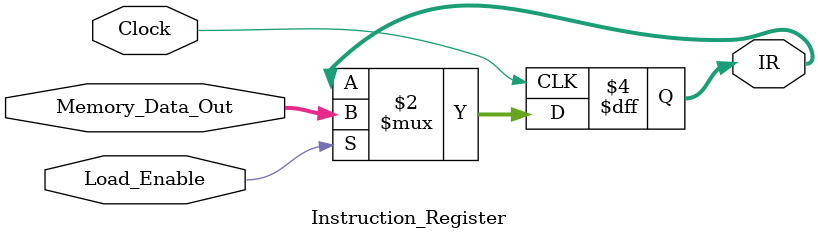
<source format=v>
module Instruction_Register (
							output reg [31:0] IR,
							input [31:0] Memory_Data_Out,
							input Load_Enable,
							input Clock
							);
		
	always @ (negedge Clock)
		begin
		if (Load_Enable)
			begin
			IR <= Memory_Data_Out;
			end
		end
endmodule
</source>
